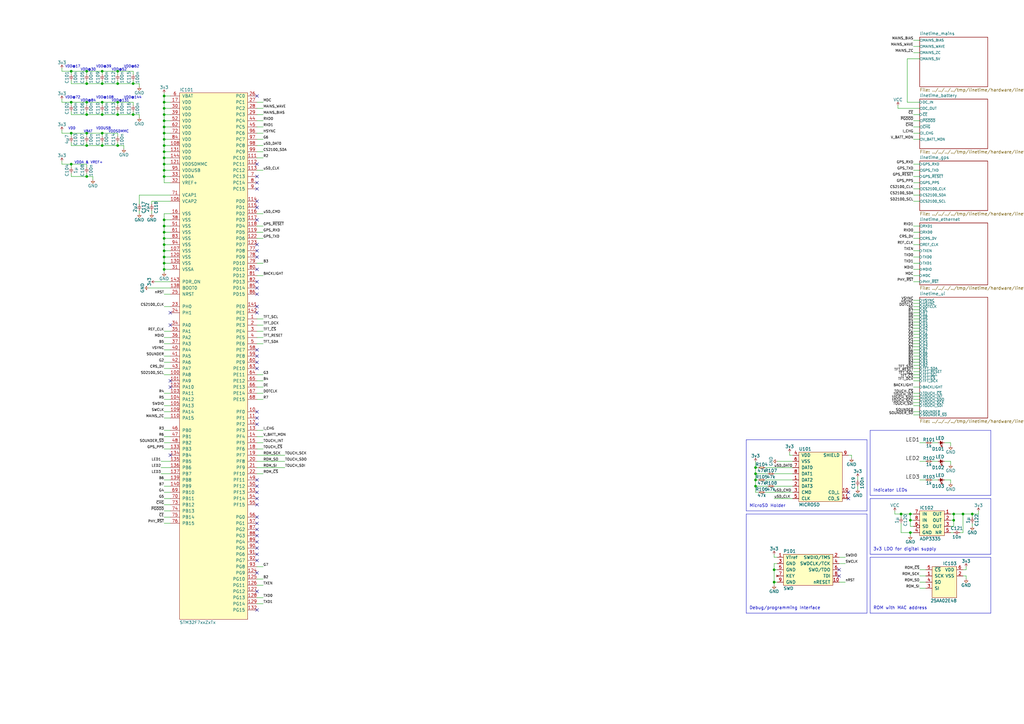
<source format=kicad_sch>
(kicad_sch (version 20230121) (generator eeschema)
  (paper "A3")
  (title_block (title "Linetime") (date "2016-12-14") (rev "1") (comment 1 "Drawn By: Adam Greig"))
  (junction (at 41.91 29.21))
  (junction (at 67.31 97.79))
  (junction (at 309.88 191.77))
  (junction (at 54.61 46.99))
  (junction (at 391.16 213.36))
  (junction (at 67.31 67.31))
  (junction (at 317.5 238.76))
  (junction (at 67.31 95.25))
  (junction (at 309.88 199.39))
  (junction (at 67.31 105.41))
  (junction (at 67.31 54.61))
  (junction (at 67.31 69.85))
  (junction (at 67.31 41.91))
  (junction (at 67.31 46.99))
  (junction (at 67.31 52.07))
  (junction (at 373.38 213.36))
  (junction (at 48.26 34.29))
  (junction (at 67.31 39.37))
  (junction (at 373.38 210.82))
  (junction (at 391.16 210.82))
  (junction (at 48.26 41.91))
  (junction (at 67.31 92.71))
  (junction (at 41.91 54.61))
  (junction (at 29.21 29.21))
  (junction (at 67.31 49.53))
  (junction (at 41.91 59.69))
  (junction (at 309.88 196.85))
  (junction (at 67.31 90.17))
  (junction (at 67.31 64.77))
  (junction (at 35.56 46.99))
  (junction (at 35.56 54.61))
  (junction (at 54.61 34.29))
  (junction (at 369.57 210.82))
  (junction (at 41.91 34.29))
  (junction (at 394.97 210.82))
  (junction (at 35.56 59.69))
  (junction (at 48.26 46.99))
  (junction (at 67.31 100.33))
  (junction (at 29.21 54.61))
  (junction (at 35.56 72.39))
  (junction (at 373.38 218.44))
  (junction (at 67.31 62.23))
  (junction (at 35.56 41.91))
  (junction (at 67.31 102.87))
  (junction (at 29.21 41.91))
  (junction (at 48.26 29.21))
  (junction (at 35.56 29.21))
  (junction (at 41.91 41.91))
  (junction (at 317.5 233.68))
  (junction (at 67.31 110.49))
  (junction (at 35.56 34.29))
  (junction (at 67.31 59.69))
  (junction (at 67.31 107.95))
  (junction (at 67.31 44.45))
  (junction (at 41.91 46.99))
  (junction (at 67.31 72.39))
  (junction (at 67.31 57.15))
  (junction (at 48.26 59.69))
  (junction (at 29.21 67.31))
  (junction (at 309.88 194.31))
  (junction (at 398.78 210.82))
  (no_connect (at 105.41 82.55))
  (no_connect (at 347.98 204.47))
  (no_connect (at 105.41 102.87))
  (no_connect (at 105.41 125.73))
  (no_connect (at 69.85 156.21))
  (no_connect (at 105.41 204.47))
  (no_connect (at 105.41 74.93))
  (no_connect (at 105.41 72.39))
  (no_connect (at 105.41 224.79))
  (no_connect (at 344.17 236.22))
  (no_connect (at 105.41 90.17))
  (no_connect (at 105.41 120.65))
  (no_connect (at 69.85 128.27))
  (no_connect (at 105.41 115.57))
  (no_connect (at 105.41 196.85))
  (no_connect (at 105.41 77.47))
  (no_connect (at 105.41 85.09))
  (no_connect (at 105.41 118.11))
  (no_connect (at 347.98 201.93))
  (no_connect (at 105.41 148.59))
  (no_connect (at 105.41 151.13))
  (no_connect (at 105.41 110.49))
  (no_connect (at 105.41 201.93))
  (no_connect (at 105.41 173.99))
  (no_connect (at 105.41 67.31))
  (no_connect (at 105.41 199.39))
  (no_connect (at 344.17 233.68))
  (no_connect (at 105.41 146.05))
  (no_connect (at 105.41 217.17))
  (no_connect (at 105.41 212.09))
  (no_connect (at 105.41 171.45))
  (no_connect (at 69.85 133.35))
  (no_connect (at 69.85 158.75))
  (no_connect (at 105.41 128.27))
  (no_connect (at 105.41 227.33))
  (no_connect (at 105.41 229.87))
  (no_connect (at 105.41 219.71))
  (no_connect (at 105.41 214.63))
  (no_connect (at 105.41 39.37))
  (no_connect (at 105.41 168.91))
  (no_connect (at 105.41 222.25))
  (no_connect (at 105.41 143.51))
  (no_connect (at 105.41 207.01))
  (no_connect (at 105.41 242.57))
  (no_connect (at 105.41 250.19))
  (no_connect (at 105.41 105.41))
  (no_connect (at 69.85 186.69))
  (no_connect (at 105.41 234.95))
  (no_connect (at 105.41 100.33))
  (wire (pts (xy 69.85 168.91) (xy 67.31 168.91)))
  (wire (pts (xy 69.85 191.77) (xy 66.04 191.77)))
  (wire (pts (xy 396.24 233.68) (xy 394.97 233.68)))
  (wire (pts (xy 67.31 153.67) (xy 69.85 153.67)))
  (wire (pts (xy 57.15 34.29) (xy 57.15 35.56)))
  (wire (pts (xy 105.41 156.21) (xy 107.95 156.21)))
  (wire (pts (xy 69.85 181.61) (xy 67.31 181.61)))
  (wire (pts (xy 67.31 97.79) (xy 69.85 97.79)))
  (wire (pts (xy 105.41 176.53) (xy 107.95 176.53)))
  (wire (pts (xy 41.91 59.69) (xy 48.26 59.69)))
  (wire (pts (xy 105.41 135.89) (xy 107.95 135.89)))
  (wire (pts (xy 374.65 102.87) (xy 377.19 102.87)))
  (wire (pts (xy 105.41 95.25) (xy 107.95 95.25)))
  (wire (pts (xy 374.65 125.73) (xy 377.19 125.73)))
  (wire (pts (xy 389.89 210.82) (xy 391.16 210.82)))
  (wire (pts (xy 67.31 49.53) (xy 69.85 49.53)))
  (wire (pts (xy 374.65 156.21) (xy 377.19 156.21)))
  (wire (pts (xy 29.21 30.48) (xy 29.21 29.21)))
  (wire (pts (xy 105.41 186.69) (xy 116.84 186.69)))
  (polyline (pts (xy 356.87 204.47) (xy 406.4 204.47)))
  (wire (pts (xy 387.35 181.61) (xy 389.89 181.61)))
  (wire (pts (xy 105.41 130.81) (xy 107.95 130.81)))
  (wire (pts (xy 389.89 213.36) (xy 391.16 213.36)))
  (wire (pts (xy 105.41 181.61) (xy 107.95 181.61)))
  (wire (pts (xy 48.26 34.29) (xy 48.26 33.02)))
  (wire (pts (xy 105.41 158.75) (xy 107.95 158.75)))
  (wire (pts (xy 374.65 151.13) (xy 377.19 151.13)))
  (wire (pts (xy 309.88 199.39) (xy 314.96 199.39)))
  (wire (pts (xy 29.21 59.69) (xy 29.21 58.42)))
  (wire (pts (xy 105.41 189.23) (xy 116.84 189.23)))
  (wire (pts (xy 67.31 110.49) (xy 69.85 110.49)))
  (wire (pts (xy 379.73 241.3) (xy 377.19 241.3)))
  (wire (pts (xy 67.31 62.23) (xy 67.31 64.77)))
  (wire (pts (xy 318.77 233.68) (xy 317.5 233.68)))
  (wire (pts (xy 29.21 55.88) (xy 29.21 54.61)))
  (wire (pts (xy 374.65 133.35) (xy 377.19 133.35)))
  (wire (pts (xy 105.41 184.15) (xy 107.95 184.15)))
  (wire (pts (xy 105.41 163.83) (xy 107.95 163.83)))
  (wire (pts (xy 374.65 143.51) (xy 377.19 143.51)))
  (wire (pts (xy 374.65 123.19) (xy 377.19 123.19)))
  (wire (pts (xy 379.73 189.23) (xy 377.19 189.23)))
  (wire (pts (xy 67.31 97.79) (xy 67.31 100.33)))
  (wire (pts (xy 317.5 194.31) (xy 325.12 194.31)))
  (wire (pts (xy 35.56 72.39) (xy 38.1 72.39)))
  (wire (pts (xy 69.85 171.45) (xy 67.31 171.45)))
  (wire (pts (xy 67.31 46.99) (xy 67.31 49.53)))
  (wire (pts (xy 48.26 34.29) (xy 54.61 34.29)))
  (polyline (pts (xy 406.4 227.33) (xy 356.87 227.33)))
  (wire (pts (xy 389.89 218.44) (xy 391.16 218.44)))
  (wire (pts (xy 374.65 110.49) (xy 377.19 110.49)))
  (wire (pts (xy 67.31 64.77) (xy 67.31 67.31)))
  (wire (pts (xy 374.65 138.43) (xy 377.19 138.43)))
  (wire (pts (xy 367.03 209.55) (xy 367.03 210.82)))
  (polyline (pts (xy 406.4 204.47) (xy 406.4 227.33)))
  (wire (pts (xy 377.19 170.18) (xy 374.65 170.18)))
  (wire (pts (xy 62.23 83.82) (xy 62.23 82.55)))
  (wire (pts (xy 394.97 210.82) (xy 398.78 210.82)))
  (wire (pts (xy 374.65 134.62) (xy 377.19 134.62)))
  (polyline (pts (xy 355.6 180.34) (xy 355.6 209.55)))
  (wire (pts (xy 69.85 151.13) (xy 67.31 151.13)))
  (wire (pts (xy 29.21 46.99) (xy 35.56 46.99)))
  (wire (pts (xy 105.41 179.07) (xy 107.95 179.07)))
  (wire (pts (xy 67.31 49.53) (xy 67.31 52.07)))
  (wire (pts (xy 25.4 41.91) (xy 29.21 41.91)))
  (wire (pts (xy 105.41 191.77) (xy 116.84 191.77)))
  (wire (pts (xy 373.38 213.36) (xy 373.38 215.9)))
  (wire (pts (xy 374.65 107.95) (xy 377.19 107.95)))
  (wire (pts (xy 374.65 52.07) (xy 377.19 52.07)))
  (wire (pts (xy 35.56 43.18) (xy 35.56 41.91)))
  (wire (pts (xy 309.88 196.85) (xy 311.15 196.85)))
  (wire (pts (xy 69.85 196.85) (xy 67.31 196.85)))
  (wire (pts (xy 389.89 196.85) (xy 389.89 198.12)))
  (wire (pts (xy 29.21 72.39) (xy 35.56 72.39)))
  (wire (pts (xy 67.31 72.39) (xy 69.85 72.39)))
  (polyline (pts (xy 306.07 251.46) (xy 355.6 251.46)))
  (wire (pts (xy 317.5 238.76) (xy 317.5 240.03)))
  (wire (pts (xy 105.41 49.53) (xy 107.95 49.53)))
  (wire (pts (xy 67.31 102.87) (xy 69.85 102.87)))
  (wire (pts (xy 394.97 236.22) (xy 396.24 236.22)))
  (wire (pts (xy 67.31 92.71) (xy 69.85 92.71)))
  (wire (pts (xy 391.16 213.36) (xy 391.16 215.9)))
  (wire (pts (xy 374.65 129.54) (xy 377.19 129.54)))
  (wire (pts (xy 374.65 140.97) (xy 377.19 140.97)))
  (wire (pts (xy 41.91 58.42) (xy 41.91 59.69)))
  (wire (pts (xy 67.31 69.85) (xy 69.85 69.85)))
  (wire (pts (xy 67.31 54.61) (xy 69.85 54.61)))
  (wire (pts (xy 69.85 209.55) (xy 67.31 209.55)))
  (wire (pts (xy 29.21 29.21) (xy 35.56 29.21)))
  (wire (pts (xy 377.19 82.55) (xy 374.65 82.55)))
  (wire (pts (xy 389.89 181.61) (xy 389.89 182.88)))
  (wire (pts (xy 398.78 210.82) (xy 398.78 212.09)))
  (wire (pts (xy 41.91 29.21) (xy 48.26 29.21)))
  (wire (pts (xy 369.57 218.44) (xy 373.38 218.44)))
  (wire (pts (xy 105.41 69.85) (xy 107.95 69.85)))
  (wire (pts (xy 25.4 40.64) (xy 25.4 41.91)))
  (wire (pts (xy 29.21 54.61) (xy 35.56 54.61)))
  (wire (pts (xy 379.73 238.76) (xy 377.19 238.76)))
  (wire (pts (xy 69.85 194.31) (xy 66.04 194.31)))
  (wire (pts (xy 105.41 44.45) (xy 107.95 44.45)))
  (wire (pts (xy 374.65 130.81) (xy 377.19 130.81)))
  (wire (pts (xy 67.31 72.39) (xy 67.31 74.93)))
  (wire (pts (xy 67.31 64.77) (xy 69.85 64.77)))
  (wire (pts (xy 377.19 54.61) (xy 374.65 54.61)))
  (wire (pts (xy 41.91 46.99) (xy 48.26 46.99)))
  (wire (pts (xy 347.98 186.69) (xy 349.25 186.69)))
  (wire (pts (xy 374.65 80.01) (xy 377.19 80.01)))
  (wire (pts (xy 374.65 137.16) (xy 377.19 137.16)))
  (wire (pts (xy 389.89 189.23) (xy 389.89 190.5)))
  (wire (pts (xy 35.56 34.29) (xy 35.56 33.02)))
  (wire (pts (xy 25.4 66.04) (xy 25.4 67.31)))
  (wire (pts (xy 391.16 210.82) (xy 394.97 210.82)))
  (wire (pts (xy 25.4 29.21) (xy 29.21 29.21)))
  (wire (pts (xy 317.5 199.39) (xy 325.12 199.39)))
  (wire (pts (xy 67.31 54.61) (xy 67.31 57.15)))
  (wire (pts (xy 344.17 228.6) (xy 346.71 228.6)))
  (wire (pts (xy 368.3 44.45) (xy 377.19 44.45)))
  (wire (pts (xy 67.31 41.91) (xy 69.85 41.91)))
  (wire (pts (xy 373.38 210.82) (xy 374.65 210.82)))
  (wire (pts (xy 67.31 74.93) (xy 69.85 74.93)))
  (wire (pts (xy 373.38 210.82) (xy 373.38 213.36)))
  (wire (pts (xy 67.31 138.43) (xy 69.85 138.43)))
  (wire (pts (xy 369.57 210.82) (xy 369.57 212.09)))
  (wire (pts (xy 35.56 41.91) (xy 41.91 41.91)))
  (wire (pts (xy 105.41 54.61) (xy 107.95 54.61)))
  (wire (pts (xy 374.65 128.27) (xy 377.19 128.27)))
  (wire (pts (xy 317.5 228.6) (xy 318.77 228.6)))
  (wire (pts (xy 35.56 55.88) (xy 35.56 54.61)))
  (wire (pts (xy 67.31 57.15) (xy 67.31 59.69)))
  (wire (pts (xy 374.65 168.91) (xy 377.19 168.91)))
  (wire (pts (xy 351.79 195.58) (xy 351.79 196.85)))
  (wire (pts (xy 379.73 233.68) (xy 377.19 233.68)))
  (wire (pts (xy 67.31 38.1) (xy 67.31 39.37)))
  (wire (pts (xy 309.88 201.93) (xy 311.15 201.93)))
  (polyline (pts (xy 356.87 203.2) (xy 356.87 176.53)))
  (wire (pts (xy 377.19 24.13) (xy 372.11 24.13)))
  (wire (pts (xy 35.56 46.99) (xy 35.56 45.72)))
  (polyline (pts (xy 356.87 227.33) (xy 356.87 204.47)))
  (wire (pts (xy 394.97 218.44) (xy 393.7 218.44)))
  (wire (pts (xy 344.17 231.14) (xy 346.71 231.14)))
  (wire (pts (xy 35.56 59.69) (xy 41.91 59.69)))
  (wire (pts (xy 377.19 92.71) (xy 374.65 92.71)))
  (polyline (pts (xy 406.4 228.6) (xy 356.87 228.6)))
  (wire (pts (xy 69.85 161.29) (xy 67.31 161.29)))
  (wire (pts (xy 374.65 69.85) (xy 377.19 69.85)))
  (wire (pts (xy 41.91 41.91) (xy 48.26 41.91)))
  (wire (pts (xy 374.65 19.05) (xy 377.19 19.05)))
  (polyline (pts (xy 306.07 210.82) (xy 306.07 251.46)))
  (wire (pts (xy 67.31 44.45) (xy 67.31 46.99)))
  (wire (pts (xy 309.88 196.85) (xy 309.88 199.39)))
  (wire (pts (xy 69.85 212.09) (xy 67.31 212.09)))
  (wire (pts (xy 35.56 58.42) (xy 35.56 59.69)))
  (wire (pts (xy 105.41 46.99) (xy 107.95 46.99)))
  (wire (pts (xy 382.27 196.85) (xy 384.81 196.85)))
  (wire (pts (xy 374.65 158.75) (xy 377.19 158.75)))
  (wire (pts (xy 377.19 115.57) (xy 374.65 115.57)))
  (wire (pts (xy 367.03 210.82) (xy 369.57 210.82)))
  (wire (pts (xy 344.17 238.76) (xy 346.71 238.76)))
  (wire (pts (xy 60.96 118.11) (xy 69.85 118.11)))
  (wire (pts (xy 107.95 62.23) (xy 105.41 62.23)))
  (wire (pts (xy 373.38 215.9) (xy 374.65 215.9)))
  (wire (pts (xy 41.91 55.88) (xy 41.91 54.61)))
  (wire (pts (xy 377.19 49.53) (xy 374.65 49.53)))
  (wire (pts (xy 41.91 30.48) (xy 41.91 29.21)))
  (wire (pts (xy 41.91 54.61) (xy 48.26 54.61)))
  (wire (pts (xy 377.19 163.83) (xy 374.65 163.83)))
  (wire (pts (xy 29.21 46.99) (xy 29.21 45.72)))
  (wire (pts (xy 63.5 115.57) (xy 69.85 115.57)))
  (wire (pts (xy 48.26 58.42) (xy 48.26 59.69)))
  (wire (pts (xy 67.31 62.23) (xy 69.85 62.23)))
  (polyline (pts (xy 355.6 251.46) (xy 355.6 210.82)))
  (wire (pts (xy 105.41 240.03) (xy 107.95 240.03)))
  (wire (pts (xy 69.85 176.53) (xy 67.31 176.53)))
  (wire (pts (xy 67.31 41.91) (xy 67.31 44.45)))
  (wire (pts (xy 374.65 162.56) (xy 377.19 162.56)))
  (wire (pts (xy 377.19 67.31) (xy 374.65 67.31)))
  (wire (pts (xy 69.85 179.07) (xy 67.31 179.07)))
  (wire (pts (xy 25.4 67.31) (xy 29.21 67.31)))
  (wire (pts (xy 67.31 52.07) (xy 69.85 52.07)))
  (wire (pts (xy 398.78 215.9) (xy 398.78 214.63)))
  (wire (pts (xy 318.77 231.14) (xy 317.5 231.14)))
  (wire (pts (xy 105.41 237.49) (xy 107.95 237.49)))
  (wire (pts (xy 377.19 72.39) (xy 374.65 72.39)))
  (wire (pts (xy 50.8 59.69) (xy 50.8 60.96)))
  (wire (pts (xy 69.85 143.51) (xy 67.31 143.51)))
  (wire (pts (xy 105.41 97.79) (xy 107.95 97.79)))
  (polyline (pts (xy 306.07 180.34) (xy 355.6 180.34)))
  (wire (pts (xy 105.41 194.31) (xy 107.95 194.31)))
  (wire (pts (xy 67.31 135.89) (xy 69.85 135.89)))
  (wire (pts (xy 48.26 41.91) (xy 54.61 41.91)))
  (wire (pts (xy 66.04 189.23) (xy 69.85 189.23)))
  (wire (pts (xy 374.65 74.93) (xy 377.19 74.93)))
  (wire (pts (xy 374.65 154.94) (xy 377.19 154.94)))
  (wire (pts (xy 54.61 46.99) (xy 54.61 45.72)))
  (wire (pts (xy 67.31 59.69) (xy 67.31 62.23)))
  (wire (pts (xy 373.38 213.36) (xy 374.65 213.36)))
  (wire (pts (xy 325.12 186.69) (xy 323.85 186.69)))
  (wire (pts (xy 67.31 87.63) (xy 67.31 90.17)))
  (wire (pts (xy 54.61 34.29) (xy 54.61 33.02)))
  (wire (pts (xy 374.65 147.32) (xy 377.19 147.32)))
  (wire (pts (xy 396.24 232.41) (xy 396.24 233.68)))
  (polyline (pts (xy 355.6 210.82) (xy 306.07 210.82)))
  (wire (pts (xy 398.78 210.82) (xy 401.32 210.82)))
  (wire (pts (xy 379.73 181.61) (xy 377.19 181.61)))
  (wire (pts (xy 29.21 43.18) (xy 29.21 41.91)))
  (wire (pts (xy 374.65 146.05) (xy 377.19 146.05)))
  (wire (pts (xy 41.91 46.99) (xy 41.91 45.72)))
  (wire (pts (xy 69.85 163.83) (xy 67.31 163.83)))
  (wire (pts (xy 69.85 204.47) (xy 67.31 204.47)))
  (wire (pts (xy 368.3 43.18) (xy 368.3 44.45)))
  (wire (pts (xy 374.65 144.78) (xy 377.19 144.78)))
  (wire (pts (xy 105.41 153.67) (xy 107.95 153.67)))
  (wire (pts (xy 105.41 52.07) (xy 107.95 52.07)))
  (wire (pts (xy 54.61 34.29) (xy 57.15 34.29)))
  (polyline (pts (xy 356.87 228.6) (xy 356.87 251.46)))
  (wire (pts (xy 67.31 69.85) (xy 67.31 72.39)))
  (wire (pts (xy 67.31 39.37) (xy 69.85 39.37)))
  (wire (pts (xy 67.31 125.73) (xy 69.85 125.73)))
  (wire (pts (xy 29.21 72.39) (xy 29.21 71.12)))
  (wire (pts (xy 41.91 34.29) (xy 41.91 33.02)))
  (wire (pts (xy 67.31 67.31) (xy 69.85 67.31)))
  (wire (pts (xy 372.11 24.13) (xy 372.11 41.91)))
  (wire (pts (xy 369.57 218.44) (xy 369.57 214.63)))
  (wire (pts (xy 105.41 41.91) (xy 107.95 41.91)))
  (wire (pts (xy 374.65 148.59) (xy 377.19 148.59)))
  (wire (pts (xy 309.88 194.31) (xy 309.88 196.85)))
  (wire (pts (xy 374.65 95.25) (xy 377.19 95.25)))
  (wire (pts (xy 25.4 27.94) (xy 25.4 29.21)))
  (polyline (pts (xy 356.87 176.53) (xy 406.4 176.53)))
  (wire (pts (xy 35.56 29.21) (xy 41.91 29.21)))
  (wire (pts (xy 35.56 30.48) (xy 35.56 29.21)))
  (wire (pts (xy 323.85 186.69) (xy 323.85 185.42)))
  (wire (pts (xy 309.88 191.77) (xy 309.88 194.31)))
  (wire (pts (xy 374.65 113.03) (xy 377.19 113.03)))
  (wire (pts (xy 396.24 236.22) (xy 396.24 237.49)))
  (wire (pts (xy 62.23 87.63) (xy 62.23 86.36)))
  (wire (pts (xy 29.21 68.58) (xy 29.21 67.31)))
  (wire (pts (xy 349.25 186.69) (xy 349.25 187.96)))
  (wire (pts (xy 67.31 110.49) (xy 67.31 111.76)))
  (wire (pts (xy 374.65 153.67) (xy 377.19 153.67)))
  (wire (pts (xy 374.65 135.89) (xy 377.19 135.89)))
  (wire (pts (xy 69.85 199.39) (xy 67.31 199.39)))
  (wire (pts (xy 67.31 57.15) (xy 69.85 57.15)))
  (wire (pts (xy 374.65 149.86) (xy 377.19 149.86)))
  (wire (pts (xy 105.41 133.35) (xy 107.95 133.35)))
  (wire (pts (xy 48.26 59.69) (xy 50.8 59.69)))
  (wire (pts (xy 105.41 59.69) (xy 107.95 59.69)))
  (wire (pts (xy 317.5 227.33) (xy 317.5 228.6)))
  (polyline (pts (xy 406.4 176.53) (xy 406.4 203.2)))
  (wire (pts (xy 313.69 196.85) (xy 325.12 196.85)))
  (wire (pts (xy 67.31 107.95) (xy 69.85 107.95)))
  (wire (pts (xy 29.21 41.91) (xy 35.56 41.91)))
  (wire (pts (xy 35.56 67.31) (xy 35.56 68.58)))
  (wire (pts (xy 374.65 105.41) (xy 377.19 105.41)))
  (wire (pts (xy 372.11 41.91) (xy 377.19 41.91)))
  (wire (pts (xy 48.26 46.99) (xy 48.26 45.72)))
  (wire (pts (xy 374.65 127) (xy 377.19 127)))
  (wire (pts (xy 48.26 46.99) (xy 54.61 46.99)))
  (wire (pts (xy 105.41 57.15) (xy 107.95 57.15)))
  (wire (pts (xy 379.73 236.22) (xy 377.19 236.22)))
  (wire (pts (xy 374.65 142.24) (xy 377.19 142.24)))
  (wire (pts (xy 25.4 53.34) (xy 25.4 54.61)))
  (wire (pts (xy 69.85 184.15) (xy 67.31 184.15)))
  (wire (pts (xy 54.61 29.21) (xy 54.61 30.48)))
  (wire (pts (xy 105.41 138.43) (xy 107.95 138.43)))
  (wire (pts (xy 67.31 39.37) (xy 67.31 41.91)))
  (wire (pts (xy 29.21 59.69) (xy 35.56 59.69)))
  (wire (pts (xy 105.41 140.97) (xy 107.95 140.97)))
  (wire (pts (xy 67.31 90.17) (xy 69.85 90.17)))
  (wire (pts (xy 69.85 166.37) (xy 67.31 166.37)))
  (wire (pts (xy 67.31 146.05) (xy 69.85 146.05)))
  (wire (pts (xy 382.27 181.61) (xy 384.81 181.61)))
  (wire (pts (xy 318.77 189.23) (xy 325.12 189.23)))
  (wire (pts (xy 69.85 201.93) (xy 67.31 201.93)))
  (wire (pts (xy 374.65 139.7) (xy 377.19 139.7)))
  (wire (pts (xy 387.35 189.23) (xy 389.89 189.23)))
  (wire (pts (xy 401.32 210.82) (xy 401.32 209.55)))
  (wire (pts (xy 105.41 113.03) (xy 107.95 113.03)))
  (wire (pts (xy 394.97 210.82) (xy 394.97 218.44)))
  (wire (pts (xy 57.15 80.01) (xy 57.15 83.82)))
  (wire (pts (xy 69.85 214.63) (xy 67.31 214.63)))
  (wire (pts (xy 377.19 77.47) (xy 374.65 77.47)))
  (wire (pts (xy 67.31 107.95) (xy 67.31 110.49)))
  (wire (pts (xy 105.41 64.77) (xy 107.95 64.77)))
  (wire (pts (xy 35.56 46.99) (xy 41.91 46.99)))
  (wire (pts (xy 41.91 34.29) (xy 48.26 34.29)))
  (wire (pts (xy 48.26 43.18) (xy 48.26 41.91)))
  (wire (pts (xy 374.65 132.08) (xy 377.19 132.08)))
  (wire (pts (xy 373.38 219.71) (xy 373.38 218.44)))
  (wire (pts (xy 67.31 92.71) (xy 67.31 95.25)))
  (wire (pts (xy 62.23 82.55) (xy 69.85 82.55)))
  (wire (pts (xy 67.31 67.31) (xy 67.31 69.85)))
  (wire (pts (xy 105.41 232.41) (xy 107.95 232.41)))
  (wire (pts (xy 105.41 107.95) (xy 107.95 107.95)))
  (polyline (pts (xy 356.87 251.46) (xy 406.4 251.46)))
  (wire (pts (xy 374.65 97.79) (xy 377.19 97.79)))
  (wire (pts (xy 25.4 54.61) (xy 29.21 54.61)))
  (wire (pts (xy 374.65 165.1) (xy 377.19 165.1)))
  (wire (pts (xy 67.31 44.45) (xy 69.85 44.45)))
  (wire (pts (xy 48.26 30.48) (xy 48.26 29.21)))
  (wire (pts (xy 325.12 204.47) (xy 317.5 204.47)))
  (wire (pts (xy 377.19 166.37) (xy 374.65 166.37)))
  (wire (pts (xy 309.88 199.39) (xy 309.88 201.93)))
  (wire (pts (xy 311.15 191.77) (xy 309.88 191.77)))
  (wire (pts (xy 309.88 194.31) (xy 314.96 194.31)))
  (wire (pts (xy 374.65 57.15) (xy 377.19 57.15)))
  (wire (pts (xy 38.1 72.39) (xy 38.1 73.66)))
  (wire (pts (xy 374.65 21.59) (xy 377.19 21.59)))
  (wire (pts (xy 67.31 90.17) (xy 67.31 92.71)))
  (wire (pts (xy 67.31 100.33) (xy 69.85 100.33)))
  (wire (pts (xy 317.5 238.76) (xy 318.77 238.76)))
  (wire (pts (xy 369.57 210.82) (xy 373.38 210.82)))
  (wire (pts (xy 35.56 34.29) (xy 41.91 34.29)))
  (wire (pts (xy 67.31 95.25) (xy 69.85 95.25)))
  (wire (pts (xy 317.5 233.68) (xy 317.5 238.76)))
  (wire (pts (xy 29.21 34.29) (xy 29.21 33.02)))
  (wire (pts (xy 41.91 43.18) (xy 41.91 41.91)))
  (polyline (pts (xy 406.4 203.2) (xy 356.87 203.2)))
  (wire (pts (xy 391.16 210.82) (xy 391.16 213.36)))
  (wire (pts (xy 105.41 247.65) (xy 107.95 247.65)))
  (wire (pts (xy 382.27 189.23) (xy 384.81 189.23)))
  (wire (pts (xy 48.26 29.21) (xy 54.61 29.21)))
  (wire (pts (xy 105.41 92.71) (xy 107.95 92.71)))
  (wire (pts (xy 67.31 46.99) (xy 69.85 46.99)))
  (wire (pts (xy 67.31 140.97) (xy 69.85 140.97)))
  (wire (pts (xy 57.15 87.63) (xy 57.15 86.36)))
  (wire (pts (xy 313.69 191.77) (xy 325.12 191.77)))
  (wire (pts (xy 29.21 67.31) (xy 35.56 67.31)))
  (polyline (pts (xy 355.6 209.55) (xy 306.07 209.55)))
  (wire (pts (xy 391.16 215.9) (xy 389.89 215.9)))
  (wire (pts (xy 67.31 59.69) (xy 69.85 59.69)))
  (wire (pts (xy 67.31 100.33) (xy 67.31 102.87)))
  (wire (pts (xy 374.65 100.33) (xy 377.19 100.33)))
  (wire (pts (xy 69.85 80.01) (xy 57.15 80.01)))
  (wire (pts (xy 309.88 189.23) (xy 309.88 191.77)))
  (wire (pts (xy 54.61 41.91) (xy 54.61 43.18)))
  (wire (pts (xy 351.79 200.66) (xy 351.79 199.39)))
  (wire (pts (xy 377.19 161.29) (xy 374.65 161.29)))
  (wire (pts (xy 379.73 196.85) (xy 377.19 196.85)))
  (wire (pts (xy 35.56 54.61) (xy 41.91 54.61)))
  (wire (pts (xy 69.85 148.59) (xy 67.31 148.59)))
  (wire (pts (xy 69.85 87.63) (xy 67.31 87.63)))
  (wire (pts (xy 387.35 196.85) (xy 389.89 196.85)))
  (wire (pts (xy 67.31 102.87) (xy 67.31 105.41)))
  (wire (pts (xy 69.85 207.01) (xy 67.31 207.01)))
  (wire (pts (xy 29.21 34.29) (xy 35.56 34.29)))
  (wire (pts (xy 105.41 245.11) (xy 107.95 245.11)))
  (polyline (pts (xy 306.07 209.55) (xy 306.07 180.34)))
  (wire (pts (xy 105.41 87.63) (xy 107.95 87.63)))
  (wire (pts (xy 377.19 124.46) (xy 374.65 124.46)))
  (wire (pts (xy 67.31 105.41) (xy 67.31 107.95)))
  (wire (pts (xy 67.31 120.65) (xy 69.85 120.65)))
  (wire (pts (xy 54.61 46.99) (xy 57.15 46.99)))
  (wire (pts (xy 313.69 201.93) (xy 325.12 201.93)))
  (wire (pts (xy 377.19 46.99) (xy 374.65 46.99)))
  (wire (pts (xy 317.5 231.14) (xy 317.5 233.68)))
  (wire (pts (xy 374.65 152.4) (xy 377.19 152.4)))
  (wire (pts (xy 67.31 105.41) (xy 69.85 105.41)))
  (wire (pts (xy 377.19 16.51) (xy 374.65 16.51)))
  (wire (pts (xy 67.31 95.25) (xy 67.31 97.79)))
  (wire (pts (xy 67.31 52.07) (xy 67.31 54.61)))
  (wire (pts (xy 57.15 46.99) (xy 57.15 48.26)))
  (wire (pts (xy 35.56 71.12) (xy 35.56 72.39)))
  (wire (pts (xy 48.26 54.61) (xy 48.26 55.88)))
  (wire (pts (xy 105.41 161.29) (xy 107.95 161.29)))
  (polyline (pts (xy 406.4 251.46) (xy 406.4 228.6)))
  (wire (pts (xy 373.38 218.44) (xy 374.65 218.44)))
  (text "MicroSD Holder" (at 307.34 208.28 0) (effects (font (size 1.27 1.27)) (justify left bottom)))
  (text "VDD@131" (at 45.72 41.91 0) (effects (font (size 1.016 1.016)) (justify left bottom)))
  (text "VDDA & VREF+" (at 30.48 67.31 0) (effects (font (size 1.016 1.016)) (justify left bottom)))
  (text "VDD@17" (at 26.67 27.94 0) (effects (font (size 1.016 1.016)) (justify left bottom)))
  (text "VDDUSB" (at 39.37 53.34 0) (effects (font (size 1.016 1.016)) (justify left bottom)))
  (text "VDDSDMMC" (at 44.45 54.61 0) (effects (font (size 1.016 1.016)) (justify left bottom)))
  (text "VBAT" (at 34.29 54.61 0) (effects (font (size 1.016 1.016)) (justify left bottom)))
  (text "VDD@52" (at 45.72 29.21 0) (effects (font (size 1.016 1.016)) (justify left bottom)))
  (text "VDD" (at 27.94 53.34 0) (effects (font (size 1.016 1.016)) (justify left bottom)))
  (text "VDD@108" (at 39.37 40.64 0) (effects (font (size 1.016 1.016)) (justify left bottom)))
  (text "ROM with MAC address" (at 358.14 250.19 0) (effects (font (size 1.27 1.27)) (justify left bottom)))
  (text "VDD@30" (at 33.02 29.21 0) (effects (font (size 1.016 1.016)) (justify left bottom)))
  (text "3v3 LDO for digital supply" (at 358.14 226.06 0) (effects (font (size 1.27 1.27)) (justify left bottom)))
  (text "Debug/programming Interface" (at 307.34 250.19 0) (effects (font (size 1.27 1.27)) (justify left bottom)))
  (text "VDD@84" (at 33.02 41.91 0) (effects (font (size 1.016 1.016)) (justify left bottom)))
  (text "Indicator LEDs" (at 358.14 201.93 0) (effects (font (size 1.27 1.27)) (justify left bottom)))
  (text "VDD@39" (at 39.37 27.94 0) (effects (font (size 1.016 1.016)) (justify left bottom)))
  (text "VDD@72" (at 26.67 40.64 0) (effects (font (size 1.016 1.016)) (justify left bottom)))
  (text "VDD@62" (at 50.8 27.94 0) (effects (font (size 1.016 1.016)) (justify left bottom)))
  (text "VDD@144" (at 50.8 40.64 0) (effects (font (size 1.016 1.016)) (justify left bottom)))
  (label "LED1" (at 66.04 189.23 180) (effects (font (size 1.016 1.016))))
  (label "ROM_~{CS}" (at 107.95 194.31 0) (effects (font (size 1.016 1.016))))
  (label "B6" (at 67.31 196.85 180) (effects (font (size 1.016 1.016))))
  (label "MDIO" (at 374.65 110.49 180) (effects (font (size 1.016 1.016))))
  (label "SOUNDER" (at 374.65 168.91 180) (effects (font (size 1.016 1.016))))
  (label "LED1" (at 377.19 181.61 180) (effects (font (size 1.524 1.524))))
  (label "SWDIO" (at 67.31 166.37 180) (effects (font (size 1.016 1.016))))
  (label "R6" (at 374.65 129.54 180) (effects (font (size 1.016 1.016))))
  (label "nRST" (at 346.71 238.76 0) (effects (font (size 1.016 1.016))))
  (label "G6" (at 374.65 137.16 180) (effects (font (size 1.016 1.016))))
  (label "TOUCH_INT" (at 374.65 162.56 180) (effects (font (size 1.016 1.016))))
  (label "~{CE}" (at 374.65 46.99 180) (effects (font (size 1.016 1.016))))
  (label "CS2100_SDA" (at 374.65 80.01 180) (effects (font (size 1.016 1.016))))
  (label "R4" (at 374.65 132.08 180) (effects (font (size 1.016 1.016))))
  (label "~{CHG}" (at 67.31 207.01 180) (effects (font (size 1.016 1.016))))
  (label "G5" (at 374.65 138.43 180) (effects (font (size 1.016 1.016))))
  (label "RXD1" (at 374.65 92.71 180) (effects (font (size 1.016 1.016))))
  (label "I_CHG" (at 107.95 176.53 0) (effects (font (size 1.016 1.016))))
  (label "RXD0" (at 107.95 49.53 0) (effects (font (size 1.016 1.016))))
  (label "CRS_DV" (at 67.31 151.13 180) (effects (font (size 1.016 1.016))))
  (label "~{CE}" (at 67.31 212.09 180) (effects (font (size 1.016 1.016))))
  (label "TOUCH_INT" (at 107.95 181.61 0) (effects (font (size 1.016 1.016))))
  (label "R2" (at 374.65 134.62 180) (effects (font (size 1.016 1.016))))
  (label "BACKLIGHT" (at 107.95 113.03 0) (effects (font (size 1.016 1.016))))
  (label "MAINS_ZC" (at 67.31 171.45 180) (effects (font (size 1.016 1.016))))
  (label "GPS_TXD" (at 107.95 97.79 0) (effects (font (size 1.016 1.016))))
  (label "G6" (at 107.95 57.15 0) (effects (font (size 1.016 1.016))))
  (label "SWCLK" (at 346.71 231.14 0) (effects (font (size 1.016 1.016))))
  (label "LED3" (at 66.04 194.31 180) (effects (font (size 1.016 1.016))))
  (label "GPS_PPS" (at 374.65 74.93 180) (effects (font (size 1.016 1.016))))
  (label "SD2100_SCL" (at 67.31 153.67 180) (effects (font (size 1.016 1.016))))
  (label "RXD0" (at 374.65 95.25 180) (effects (font (size 1.016 1.016))))
  (label "DOTCLK" (at 374.65 125.73 180) (effects (font (size 1.016 1.016))))
  (label "B3" (at 107.95 107.95 0) (effects (font (size 1.016 1.016))))
  (label "TFT_SDA" (at 374.65 151.13 180) (effects (font (size 1.016 1.016))))
  (label "B7" (at 67.31 199.39 180) (effects (font (size 1.016 1.016))))
  (label "R3" (at 67.31 176.53 180) (effects (font (size 1.016 1.016))))
  (label "TFT_RESET" (at 374.65 152.4 180) (effects (font (size 1.016 1.016))))
  (label "uSD_CMD" (at 107.95 87.63 0) (effects (font (size 1.016 1.016))))
  (label "SWCLK" (at 67.31 168.91 180) (effects (font (size 1.016 1.016))))
  (label "~{PGOOD}" (at 374.65 49.53 180) (effects (font (size 1.016 1.016))))
  (label "MAINS_ZC" (at 374.65 21.59 180) (effects (font (size 1.016 1.016))))
  (label "TOUCH_~{CS}" (at 374.65 161.29 180) (effects (font (size 1.016 1.016))))
  (label "MAINS_WAVE" (at 374.65 19.05 180) (effects (font (size 1.016 1.016))))
  (label "TXD0" (at 107.95 245.11 0) (effects (font (size 1.016 1.016))))
  (label "TFT_SDA" (at 107.95 140.97 0) (effects (font (size 1.016 1.016))))
  (label "SOUNDER_~{SD}" (at 374.65 170.18 180) (effects (font (size 1.016 1.016))))
  (label "MAINS_BIAS" (at 107.95 46.99 0) (effects (font (size 1.016 1.016))))
  (label "SOUNDER_~{SD}" (at 67.31 181.61 180) (effects (font (size 1.016 1.016))))
  (label "uSD_CLK" (at 107.95 69.85 0) (effects (font (size 1.016 1.016))))
  (label "B4" (at 107.95 156.21 0) (effects (font (size 1.016 1.016))))
  (label "~{PGOOD}" (at 67.31 209.55 180) (effects (font (size 1.016 1.016))))
  (label "R3" (at 374.65 133.35 180) (effects (font (size 1.016 1.016))))
  (label "B2" (at 374.65 149.86 180) (effects (font (size 1.016 1.016))))
  (label "~{CHG}" (at 374.65 52.07 180) (effects (font (size 1.016 1.016))))
  (label "V_BATT_MON" (at 107.95 179.07 0) (effects (font (size 1.016 1.016))))
  (label "DOTCLK" (at 107.95 161.29 0) (effects (font (size 1.016 1.016))))
  (label "MDC" (at 107.95 41.91 0) (effects (font (size 1.016 1.016))))
  (label "TFT_RESET" (at 107.95 138.43 0) (effects (font (size 1.016 1.016))))
  (label "TXEN" (at 107.95 240.03 0) (effects (font (size 1.016 1.016))))
  (label "VSYNC" (at 374.65 123.19 180) (effects (font (size 1.016 1.016))))
  (label "ROM_SO" (at 377.19 238.76 180) (effects (font (size 1.016 1.016))))
  (label "B2" (at 107.95 237.49 0) (effects (font (size 1.016 1.016))))
  (label "MDC" (at 374.65 113.03 180) (effects (font (size 1.016 1.016))))
  (label "MAINS_WAVE" (at 107.95 44.45 0) (effects (font (size 1.016 1.016))))
  (label "CS2100_SDA" (at 107.95 62.23 0) (effects (font (size 1.016 1.016))))
  (label "R6" (at 67.31 179.07 180) (effects (font (size 1.016 1.016))))
  (label "uSD_DAT0" (at 107.95 59.69 0) (effects (font (size 1.016 1.016))))
  (label "G4" (at 67.31 201.93 180) (effects (font (size 1.016 1.016))))
  (label "TFT_SCL" (at 107.95 130.81 0) (effects (font (size 1.016 1.016))))
  (label "CS2100_CLK" (at 67.31 125.73 180) (effects (font (size 1.016 1.016))))
  (label "ROM_SI" (at 377.19 241.3 180) (effects (font (size 1.016 1.016))))
  (label "V_BATT_MON" (at 374.65 57.15 180) (effects (font (size 1.016 1.016))))
  (label "TFT_SCL" (at 374.65 153.67 180) (effects (font (size 1.016 1.016))))
  (label "DE" (at 374.65 127 180) (effects (font (size 1.016 1.016))))
  (label "REF_CLK" (at 67.31 135.89 180) (effects (font (size 1.016 1.016))))
  (label "MDIO" (at 67.31 138.43 180) (effects (font (size 1.016 1.016))))
  (label "TOUCH_SCK" (at 116.84 186.69 0) (effects (font (size 1.016 1.016))))
  (label "G4" (at 374.65 139.7 180) (effects (font (size 1.016 1.016))))
  (label "G2" (at 67.31 148.59 180) (effects (font (size 1.016 1.016))))
  (label "PHY_~{RST}" (at 67.31 214.63 180) (effects (font (size 1.016 1.016))))
  (label "TOUCH_SCK" (at 374.65 165.1 180) (effects (font (size 1.016 1.016))))
  (label "TOUCH_SDI" (at 116.84 191.77 0) (effects (font (size 1.016 1.016))))
  (label "RXD1" (at 107.95 52.07 0) (effects (font (size 1.016 1.016))))
  (label "LED2" (at 377.19 189.23 180) (effects (font (size 1.524 1.524))))
  (label "R7" (at 107.95 163.83 0) (effects (font (size 1.016 1.016))))
  (label "G7" (at 374.65 135.89 180) (effects (font (size 1.016 1.016))))
  (label "REF_CLK" (at 374.65 100.33 180) (effects (font (size 1.016 1.016))))
  (label "TFT_~{CS}" (at 374.65 154.94 180) (effects (font (size 1.016 1.016))))
  (label "TOUCH_~{CS}" (at 107.95 184.15 0) (effects (font (size 1.016 1.016))))
  (label "TXEN" (at 374.65 102.87 180) (effects (font (size 1.016 1.016))))
  (label "SWDIO" (at 346.71 228.6 0) (effects (font (size 1.016 1.016))))
  (label "GPS_~{RESET}" (at 374.65 72.39 180) (effects (font (size 1.016 1.016))))
  (label "TFT_~{CS}" (at 107.95 135.89 0) (effects (font (size 1.016 1.016))))
  (label "CS2100_CLK" (at 374.65 77.47 180) (effects (font (size 1.016 1.016))))
  (label "G2" (at 374.65 142.24 180) (effects (font (size 1.016 1.016))))
  (label "GPS_PPS" (at 67.31 184.15 180) (effects (font (size 1.016 1.016))))
  (label "TXD1" (at 107.95 247.65 0) (effects (font (size 1.016 1.016))))
  (label "HSYNC" (at 374.65 124.46 180) (effects (font (size 1.016 1.016))))
  (label "ROM_SO" (at 107.95 189.23 0) (effects (font (size 1.016 1.016))))
  (label "LED3" (at 377.19 196.85 180) (effects (font (size 1.524 1.524))))
  (label "TFT_DCX" (at 374.65 156.21 180) (effects (font (size 1.016 1.016))))
  (label "ROM_SCK" (at 107.95 186.69 0) (effects (font (size 1.016 1.016))))
  (label "R2" (at 107.95 64.77 0) (effects (font (size 1.016 1.016))))
  (label "R4" (at 67.31 161.29 180) (effects (font (size 1.016 1.016))))
  (label "R5" (at 374.65 130.81 180) (effects (font (size 1.016 1.016))))
  (label "G3" (at 107.95 153.67 0) (effects (font (size 1.016 1.016))))
  (label "GPS_TXD" (at 374.65 69.85 180) (effects (font (size 1.016 1.016))))
  (label "PHY_~{RST}" (at 374.65 115.57 180) (effects (font (size 1.016 1.016))))
  (label "uSD_CMD" (at 317.5 201.93 0) (effects (font (size 1.016 1.016))))
  (label "B4" (at 374.65 147.32 180) (effects (font (size 1.016 1.016))))
  (label "TOUCH_SDO" (at 374.65 163.83 180) (effects (font (size 1.016 1.016))))
  (label "TOUCH_SDI" (at 374.65 166.37 180) (effects (font (size 1.016 1.016))))
  (label "TOUCH_SDO" (at 116.84 189.23 0) (effects (font (size 1.016 1.016))))
  (label "uSD_CLK" (at 317.5 204.47 0) (effects (font (size 1.016 1.016))))
  (label "DE" (at 107.95 158.75 0) (effects (font (size 1.016 1.016))))
  (label "R7" (at 374.65 128.27 180) (effects (font (size 1.016 1.016))))
  (label "LED2" (at 66.04 191.77 180) (effects (font (size 1.016 1.016))))
  (label "GPS_RXD" (at 107.95 95.25 0) (effects (font (size 1.016 1.016))))
  (label "G3" (at 374.65 140.97 180) (effects (font (size 1.016 1.016))))
  (label "R5" (at 67.31 163.83 180) (effects (font (size 1.016 1.016))))
  (label "VSYNC" (at 67.31 143.51 180) (effects (font (size 1.016 1.016))))
  (label "GPS_RXD" (at 374.65 67.31 180) (effects (font (size 1.016 1.016))))
  (label "ROM_SI" (at 107.95 191.77 0) (effects (font (size 1.016 1.016))))
  (label "ROM_~{CS}" (at 377.19 233.68 180) (effects (font (size 1.016 1.016))))
  (label "I_CHG" (at 374.65 54.61 180) (effects (font (size 1.016 1.016))))
  (label "HSYNC" (at 107.95 54.61 0) (effects (font (size 1.016 1.016))))
  (label "nRST" (at 67.31 120.65 180) (effects (font (size 1.016 1.016))))
  (label "uSD_DAT0" (at 317.5 191.77 0) (effects (font (size 1.016 1.016))))
  (label "CRS_DV" (at 374.65 97.79 180) (effects (font (size 1.016 1.016))))
  (label "SD2100_SCL" (at 374.65 82.55 180) (effects (font (size 1.016 1.016))))
  (label "BACKLIGHT" (at 374.65 158.75 180) (effects (font (size 1.016 1.016))))
  (label "ROM_SCK" (at 377.19 236.22 180) (effects (font (size 1.016 1.016))))
  (label "B5" (at 374.65 146.05 180) (effects (font (size 1.016 1.016))))
  (label "G7" (at 107.95 232.41 0) (effects (font (size 1.016 1.016))))
  (label "TFT_DCX" (at 107.95 133.35 0) (effects (font (size 1.016 1.016))))
  (label "G5" (at 67.31 204.47 180) (effects (font (size 1.016 1.016))))
  (label "B7" (at 374.65 143.51 180) (effects (font (size 1.016 1.016))))
  (label "B5" (at 67.31 140.97 180) (effects (font (size 1.016 1.016))))
  (label "B6" (at 374.65 144.78 180) (effects (font (size 1.016 1.016))))
  (label "GPS_~{RESET}" (at 107.95 92.71 0) (effects (font (size 1.016 1.016))))
  (label "SOUNDER" (at 67.31 146.05 180) (effects (font (size 1.016 1.016))))
  (label "TXD0" (at 374.65 105.41 180) (effects (font (size 1.016 1.016))))
  (label "MAINS_BIAS" (at 374.65 16.51 180) (effects (font (size 1.016 1.016))))
  (label "TXD1" (at 374.65 107.95 180) (effects (font (size 1.016 1.016))))
  (label "B3" (at 374.65 148.59 180) (effects (font (size 1.016 1.016))))
  (symbol (lib_id "linetime-rescue:25AA02E48") (at 387.35 238.76 0) (mirror y) (unit 1)
    (property "Reference" "IC103" (at 392.43 231.14 0) (effects (justify left)))
    (property "Value" "25AA02E48" (at 392.43 246.38 0) (effects (justify left)))
    (property "Footprint" "agg:SOT-23-6" (effects hide))
    (property "Datasheet" "http://ww1.microchip.com/downloads/en/DeviceDoc/20002123F.pdf" (effects hide))
    (property "Farnell" "1700995" (effects hide))
  )
  (symbol (lib_id "linetime-rescue:SWD") (at 331.47 233.68 0) (unit 1)
    (property "Reference" "P101" (at 321.31 226.06 0) (effects (justify left)))
    (property "Value" "SWD" (at 321.31 241.3 0) (effects (justify left)))
    (property "Footprint" "agg:FTSH-105-01-F-D-K" (effects hide))
    (property "Toby" "FTSH-105-01-F-D-K" (effects hide))
  )
  (symbol (lib_id "linetime-rescue:C") (at 351.79 196.85 90) (mirror x) (unit 1)
    (property "Reference" "C119" (at 350.012 198.12 0))
    (property "Value" "100n" (at 353.568 198.12 0))
    (property "Footprint" "agg:0603" (effects hide))
    (property "Farnell" "1759037" (effects hide))
  )
  (symbol (lib_id "linetime-rescue:GND") (at 351.79 200.66 0) (mirror y) (unit 1)
    (property "Reference" "#PWR011" (effects hide))
    (property "Value" "GND" (at 351.79 203.2 0))
  )
  (symbol (lib_id "linetime-rescue:3v3") (at 317.5 227.33 0) (mirror y) (unit 1)
    (property "Reference" "#PWR012" (effects hide))
    (property "Value" "3v3" (at 317.5 225.044 0))
  )
  (symbol (lib_id "linetime-rescue:GND") (at 317.5 240.03 0) (mirror y) (unit 1)
    (property "Reference" "#PWR013" (effects hide))
    (property "Value" "GND" (at 317.5 242.57 0))
  )
  (symbol (lib_id "linetime-rescue:MICROSD") (at 335.28 194.31 0) (unit 1)
    (property "Reference" "U101" (at 327.66 184.15 0) (effects (justify left)))
    (property "Value" "MICROSD" (at 327.66 207.01 0) (effects (justify left)))
    (property "Footprint" "agg:MICROSD_MOLEX_503398-1892" (effects hide))
    (property "Farnell" "2358234" (effects hide))
  )
  (symbol (lib_id "linetime-rescue:VCC") (at 368.3 43.18 0) (unit 1)
    (property "Reference" "#PWR01" (effects hide))
    (property "Value" "VCC" (at 368.3 40.894 0))
  )
  (symbol (lib_id "linetime-rescue:ADP3335") (at 382.27 213.36 0) (unit 1)
    (property "Reference" "IC102" (at 377.19 208.28 0) (effects (justify left)))
    (property "Value" "ADP3335" (at 377.19 220.98 0) (effects (justify left)))
    (property "Footprint" "agg:MSOP-8" (effects hide))
    (property "Farnell" "2067775" (effects hide))
  )
  (symbol (lib_id "linetime-rescue:C") (at 398.78 212.09 270) (unit 1)
    (property "Reference" "C122" (at 400.558 213.36 0))
    (property "Value" "1µ" (at 397.002 213.36 0))
    (property "Footprint" "agg:0603" (effects hide))
    (property "Farnell" "1759407" (effects hide))
  )
  (symbol (lib_id "linetime-rescue:C") (at 391.16 218.44 0) (unit 1)
    (property "Reference" "C121" (at 392.43 216.662 0))
    (property "Value" "10n" (at 392.43 220.218 0))
    (property "Footprint" "agg:0603" (effects hide))
    (property "Farnell" "1759102" (effects hide))
  )
  (symbol (lib_id "linetime-rescue:GND") (at 398.78 215.9 0) (unit 1)
    (property "Reference" "#PWR02" (effects hide))
    (property "Value" "GND" (at 398.78 218.44 0))
  )
  (symbol (lib_id "linetime-rescue:GND") (at 373.38 219.71 0) (unit 1)
    (property "Reference" "#PWR03" (effects hide))
    (property "Value" "GND" (at 373.38 222.25 0))
  )
  (symbol (lib_id "linetime-rescue:C") (at 369.57 212.09 270) (unit 1)
    (property "Reference" "C120" (at 371.348 213.36 0))
    (property "Value" "1µ" (at 367.792 213.36 0))
    (property "Footprint" "agg:0603" (effects hide))
    (property "Farnell" "1759407" (effects hide))
  )
  (symbol (lib_id "linetime-rescue:VCC") (at 367.03 209.55 0) (unit 1)
    (property "Reference" "#PWR04" (effects hide))
    (property "Value" "VCC" (at 367.03 207.264 0))
  )
  (symbol (lib_id "linetime-rescue:3v3") (at 401.32 209.55 0) (unit 1)
    (property "Reference" "#PWR05" (effects hide))
    (property "Value" "3v3" (at 401.32 207.264 0))
  )
  (symbol (lib_id "linetime-rescue:GND") (at 396.24 237.49 0) (mirror y) (unit 1)
    (property "Reference" "#PWR06" (effects hide))
    (property "Value" "GND" (at 396.24 240.03 0))
  )
  (symbol (lib_id "linetime-rescue:3v3") (at 323.85 185.42 0) (mirror y) (unit 1)
    (property "Reference" "#PWR07" (effects hide))
    (property "Value" "3v3" (at 323.85 183.134 0))
  )
  (symbol (lib_id "linetime-rescue:GND") (at 318.77 189.23 270) (mirror x) (unit 1)
    (property "Reference" "#PWR08" (effects hide))
    (property "Value" "GND" (at 316.23 189.23 0))
  )
  (symbol (lib_id "linetime-rescue:GND") (at 349.25 187.96 0) (mirror y) (unit 1)
    (property "Reference" "#PWR09" (effects hide))
    (property "Value" "GND" (at 349.25 190.5 0))
  )
  (symbol (lib_id "linetime-rescue:R") (at 311.15 191.77 0) (unit 1)
    (property "Reference" "R104" (at 312.42 190.5 0))
    (property "Value" "47k" (at 312.42 193.04 0))
    (property "Footprint" "agg:0603" (effects hide))
    (property "Farnell" "9331255" (effects hide))
  )
  (symbol (lib_id "linetime-rescue:R") (at 314.96 194.31 0) (unit 1)
    (property "Reference" "R107" (at 316.23 193.04 0))
    (property "Value" "47k" (at 316.23 195.58 0))
    (property "Footprint" "agg:0603" (effects hide))
    (property "Farnell" "9331255" (effects hide))
  )
  (symbol (lib_id "linetime-rescue:R") (at 311.15 196.85 0) (unit 1)
    (property "Reference" "R105" (at 312.42 195.58 0))
    (property "Value" "47k" (at 312.42 198.12 0))
    (property "Footprint" "agg:0603" (effects hide))
    (property "Farnell" "9331255" (effects hide))
  )
  (symbol (lib_id "linetime-rescue:R") (at 314.96 199.39 0) (unit 1)
    (property "Reference" "R108" (at 316.23 198.12 0))
    (property "Value" "47k" (at 316.23 200.66 0))
    (property "Footprint" "agg:0603" (effects hide))
    (property "Farnell" "9331255" (effects hide))
  )
  (symbol (lib_id "linetime-rescue:R") (at 311.15 201.93 0) (unit 1)
    (property "Reference" "R106" (at 312.42 200.66 0))
    (property "Value" "47k" (at 312.42 203.2 0))
    (property "Footprint" "agg:0603" (effects hide))
    (property "Farnell" "9331255" (effects hide))
  )
  (symbol (lib_id "linetime-rescue:3v3") (at 309.88 189.23 0) (mirror y) (unit 1)
    (property "Reference" "#PWR010" (effects hide))
    (property "Value" "3v3" (at 309.88 186.944 0))
  )
  (symbol (lib_id "linetime-rescue:STM32F7xxZxTx") (at 87.63 146.05 0) (unit 1)
    (property "Reference" "IC101" (at 73.66 36.83 0) (effects (justify left)))
    (property "Value" "STM32F7xxZxTx" (at 73.66 255.27 0) (effects (justify left)))
    (property "Footprint" "agg:LQFP-144" (effects hide))
    (property "Datasheet" "www.st.com/st-web-ui/static/active/en/resource/technical/document/datasheet/DM00273119.pdf" (effects hide))
    (property "Farnell" "2535499" (effects hide))
  )
  (symbol (lib_id "linetime-rescue:3v3") (at 67.31 38.1 0) (unit 1)
    (property "Reference" "#PWR014" (effects hide))
    (property "Value" "3v3" (at 67.31 35.814 0))
  )
  (symbol (lib_id "linetime-rescue:GND") (at 67.31 111.76 0) (mirror y) (unit 1)
    (property "Reference" "#PWR015" (effects hide))
    (property "Value" "GND" (at 67.31 114.3 0))
  )
  (symbol (lib_id "linetime-rescue:LED") (at 387.35 181.61 180) (unit 1)
    (property "Reference" "D101" (at 387.35 184.15 0) (effects (justify left)))
    (property "Value" "LED" (at 387.35 179.705 0) (effects (justify left)))
    (property "Footprint" "agg:0603-LED" (effects hide))
    (property "Farnell" "2290329" (effects hide))
  )
  (symbol (lib_id "linetime-rescue:R") (at 379.73 181.61 0) (unit 1)
    (property "Reference" "R101" (at 381 180.34 0))
    (property "Value" "1k" (at 381 182.88 0))
    (property "Footprint" "agg:0603" (effects hide))
    (property "Farnell" "9330380" (effects hide))
  )
  (symbol (lib_id "linetime-rescue:GND") (at 389.89 182.88 0) (unit 1)
    (property "Reference" "#PWR030" (effects hide))
    (property "Value" "GND" (at 389.89 185.42 0))
  )
  (symbol (lib_id "linetime-rescue:LED") (at 387.35 189.23 180) (unit 1)
    (property "Reference" "D102" (at 387.35 191.77 0) (effects (justify left)))
    (property "Value" "LED" (at 387.35 187.325 0) (effects (justify left)))
    (property "Footprint" "agg:0603-LED" (effects hide))
    (property "Farnell" "2290330" (effects hide))
  )
  (symbol (lib_id "linetime-rescue:R") (at 379.73 189.23 0) (unit 1)
    (property "Reference" "R102" (at 381 187.96 0))
    (property "Value" "1k" (at 381 190.5 0))
    (property "Footprint" "agg:0603" (effects hide))
    (property "Farnell" "9330380" (effects hide))
  )
  (symbol (lib_id "linetime-rescue:GND") (at 389.89 190.5 0) (unit 1)
    (property "Reference" "#PWR031" (effects hide))
    (property "Value" "GND" (at 389.89 193.04 0))
  )
  (symbol (lib_id "linetime-rescue:LED") (at 387.35 196.85 180) (unit 1)
    (property "Reference" "D103" (at 387.35 199.39 0) (effects (justify left)))
    (property "Value" "LED" (at 387.35 194.945 0) (effects (justify left)))
    (property "Footprint" "agg:0603-LED" (effects hide))
    (property "Farnell" "2290328" (effects hide))
  )
  (symbol (lib_id "linetime-rescue:R") (at 379.73 196.85 0) (unit 1)
    (property "Reference" "R103" (at 381 195.58 0))
    (property "Value" "1k" (at 381 198.12 0))
    (property "Footprint" "agg:0603" (effects hide))
    (property "Farnell" "9330380" (effects hide))
  )
  (symbol (lib_id "linetime-rescue:GND") (at 389.89 198.12 0) (unit 1)
    (property "Reference" "#PWR032" (effects hide))
    (property "Value" "GND" (at 389.89 200.66 0))
  )
  (symbol (lib_id "linetime-rescue:3v3") (at 396.24 232.41 0) (unit 1)
    (property "Reference" "#PWR016" (effects hide))
    (property "Value" "3v3" (at 396.24 230.124 0))
  )
  (symbol (lib_id "linetime-rescue:3v3") (at 351.79 195.58 0) (mirror y) (unit 1)
    (property "Reference" "#PWR017" (effects hide))
    (property "Value" "3v3" (at 351.79 193.294 0))
  )
  (symbol (lib_id "linetime-rescue:C") (at 62.23 83.82 270) (unit 1)
    (property "Reference" "C118" (at 64.008 85.09 0))
    (property "Value" "2µ2" (at 60.452 85.09 0))
    (property "Footprint" "agg:0603" (effects hide))
    (property "Farnell" "2320817" (effects hide))
  )
  (symbol (lib_id "linetime-rescue:C") (at 57.15 83.82 270) (unit 1)
    (property "Reference" "C117" (at 58.928 85.09 0))
    (property "Value" "2µ2" (at 55.372 85.09 0))
    (property "Footprint" "agg:0603" (effects hide))
    (property "Farnell" "2320817" (effects hide))
  )
  (symbol (lib_id "linetime-rescue:GND") (at 62.23 87.63 0) (mirror y) (unit 1)
    (property "Reference" "#PWR018" (effects hide))
    (property "Value" "GND" (at 62.23 90.17 0))
  )
  (symbol (lib_id "linetime-rescue:GND") (at 57.15 87.63 0) (mirror y) (unit 1)
    (property "Reference" "#PWR019" (effects hide))
    (property "Value" "GND" (at 57.15 90.17 0))
  )
  (symbol (lib_id "linetime-rescue:C") (at 29.21 55.88 270) (unit 1)
    (property "Reference" "C103" (at 30.988 57.15 0))
    (property "Value" "4µ7" (at 27.432 57.15 0))
    (property "Footprint" "agg:0603" (effects hide))
    (property "Farnell" "2320818" (effects hide))
  )
  (symbol (lib_id "linetime-rescue:C") (at 29.21 30.48 90) (mirror x) (unit 1)
    (property "Reference" "C101" (at 27.432 31.75 0))
    (property "Value" "100n" (at 30.988 31.75 0))
    (property "Footprint" "agg:0603" (effects hide))
    (property "Farnell" "1759037" (effects hide))
  )
  (symbol (lib_id "linetime-rescue:C") (at 35.56 30.48 90) (mirror x) (unit 1)
    (property "Reference" "C105" (at 33.782 31.75 0))
    (property "Value" "100n" (at 37.338 31.75 0))
    (property "Footprint" "agg:0603" (effects hide))
    (property "Farnell" "1759037" (effects hide))
  )
  (symbol (lib_id "linetime-rescue:C") (at 41.91 30.48 90) (mirror x) (unit 1)
    (property "Reference" "C109" (at 40.132 31.75 0))
    (property "Value" "100n" (at 43.688 31.75 0))
    (property "Footprint" "agg:0603" (effects hide))
    (property "Farnell" "1759037" (effects hide))
  )
  (symbol (lib_id "linetime-rescue:C") (at 48.26 30.48 90) (mirror x) (unit 1)
    (property "Reference" "C112" (at 46.482 31.75 0))
    (property "Value" "100n" (at 50.038 31.75 0))
    (property "Footprint" "agg:0603" (effects hide))
    (property "Farnell" "1759037" (effects hide))
  )
  (symbol (lib_id "linetime-rescue:C") (at 54.61 30.48 90) (mirror x) (unit 1)
    (property "Reference" "C115" (at 52.832 31.75 0))
    (property "Value" "100n" (at 56.388 31.75 0))
    (property "Footprint" "agg:0603" (effects hide))
    (property "Farnell" "1759037" (effects hide))
  )
  (symbol (lib_id "linetime-rescue:C") (at 29.21 43.18 90) (mirror x) (unit 1)
    (property "Reference" "C102" (at 27.432 44.45 0))
    (property "Value" "100n" (at 30.988 44.45 0))
    (property "Footprint" "agg:0603" (effects hide))
    (property "Farnell" "1759037" (effects hide))
  )
  (symbol (lib_id "linetime-rescue:C") (at 35.56 43.18 90) (mirror x) (unit 1)
    (property "Reference" "C106" (at 33.782 44.45 0))
    (property "Value" "100n" (at 37.338 44.45 0))
    (property "Footprint" "agg:0603" (effects hide))
    (property "Farnell" "1759037" (effects hide))
  )
  (symbol (lib_id "linetime-rescue:C") (at 41.91 43.18 90) (mirror x) (unit 1)
    (property "Reference" "C110" (at 40.132 44.45 0))
    (property "Value" "100n" (at 43.688 44.45 0))
    (property "Footprint" "agg:0603" (effects hide))
    (property "Farnell" "1759037" (effects hide))
  )
  (symbol (lib_id "linetime-rescue:C") (at 48.26 43.18 90) (mirror x) (unit 1)
    (property "Reference" "C113" (at 46.482 44.45 0))
    (property "Value" "100n" (at 50.038 44.45 0))
    (property "Footprint" "agg:0603" (effects hide))
    (property "Farnell" "1759037" (effects hide))
  )
  (symbol (lib_id "linetime-rescue:C") (at 54.61 43.18 90) (mirror x) (unit 1)
    (property "Reference" "C116" (at 52.832 44.45 0))
    (property "Value" "100n" (at 56.388 44.45 0))
    (property "Footprint" "agg:0603" (effects hide))
    (property "Farnell" "1759037" (effects hide))
  )
  (symbol (lib_id "linetime-rescue:C") (at 35.56 55.88 90) (mirror x) (unit 1)
    (property "Reference" "C107" (at 33.782 57.15 0))
    (property "Value" "100n" (at 37.338 57.15 0))
    (property "Footprint" "agg:0603" (effects hide))
    (property "Farnell" "1759037" (effects hide))
  )
  (symbol (lib_id "linetime-rescue:C") (at 35.56 68.58 90) (mirror x) (unit 1)
    (property "Reference" "C108" (at 33.782 69.85 0))
    (property "Value" "100n" (at 37.338 69.85 0))
    (property "Footprint" "agg:0603" (effects hide))
    (property "Farnell" "1759037" (effects hide))
  )
  (symbol (lib_id "linetime-rescue:C") (at 29.21 68.58 90) (mirror x) (unit 1)
    (property "Reference" "C104" (at 27.432 69.85 0))
    (property "Value" "1µ" (at 30.988 69.85 0))
    (property "Footprint" "agg:0603" (effects hide))
    (property "Farnell" "1759407" (effects hide))
  )
  (symbol (lib_id "linetime-rescue:C") (at 41.91 55.88 90) (mirror x) (unit 1)
    (property "Reference" "C111" (at 40.132 57.15 0))
    (property "Value" "100n" (at 43.688 57.15 0))
    (property "Footprint" "agg:0603" (effects hide))
    (property "Farnell" "1759037" (effects hide))
  )
  (symbol (lib_id "linetime-rescue:C") (at 48.26 55.88 90) (mirror x) (unit 1)
    (property "Reference" "C114" (at 46.482 57.15 0))
    (property "Value" "100n" (at 50.038 57.15 0))
    (property "Footprint" "agg:0603" (effects hide))
    (property "Farnell" "1759037" (effects hide))
  )
  (symbol (lib_id "linetime-rescue:3v3") (at 25.4 27.94 0) (unit 1)
    (property "Reference" "#PWR020" (effects hide))
    (property "Value" "3v3" (at 25.4 25.654 0))
  )
  (symbol (lib_id "linetime-rescue:3v3") (at 25.4 40.64 0) (unit 1)
    (property "Reference" "#PWR021" (effects hide))
    (property "Value" "3v3" (at 25.4 38.354 0))
  )
  (symbol (lib_id "linetime-rescue:3v3") (at 25.4 53.34 0) (unit 1)
    (property "Reference" "#PWR022" (effects hide))
    (property "Value" "3v3" (at 25.4 51.054 0))
  )
  (symbol (lib_id "linetime-rescue:GND") (at 57.15 48.26 0) (mirror y) (unit 1)
    (property "Reference" "#PWR023" (effects hide))
    (property "Value" "GND" (at 57.15 50.8 0))
  )
  (symbol (lib_id "linetime-rescue:GND") (at 57.15 35.56 0) (mirror y) (unit 1)
    (property "Reference" "#PWR024" (effects hide))
    (property "Value" "GND" (at 57.15 38.1 0))
  )
  (symbol (lib_id "linetime-rescue:GND") (at 50.8 60.96 0) (mirror y) (unit 1)
    (property "Reference" "#PWR025" (effects hide))
    (property "Value" "GND" (at 50.8 63.5 0))
  )
  (symbol (lib_id "linetime-rescue:3v3") (at 25.4 66.04 0) (unit 1)
    (property "Reference" "#PWR026" (effects hide))
    (property "Value" "3v3" (at 25.4 63.754 0))
  )
  (symbol (lib_id "linetime-rescue:GND") (at 38.1 73.66 0) (mirror y) (unit 1)
    (property "Reference" "#PWR027" (effects hide))
    (property "Value" "GND" (at 38.1 76.2 0))
  )
  (symbol (lib_id "linetime-rescue:3v3") (at 63.5 115.57 90) (unit 1)
    (property "Reference" "#PWR028" (effects hide))
    (property "Value" "3v3" (at 61.214 115.57 0))
  )
  (symbol (lib_id "linetime-rescue:GND") (at 60.96 118.11 270) (mirror x) (unit 1)
    (property "Reference" "#PWR029" (effects hide))
    (property "Value" "GND" (at 58.42 118.11 0))
  )
  (sheet (at 377.19 15.24) (size 27.94 20.32)
    (property "Sheetname" "linetime_mains" (at 377.19 14.5284 0) (effects (justify left bottom)))
    (property "Sheetfile" "../../../../tmp/linetime/hardware/linetime_mains.sch" (at 377.19 36.1446 0) (effects (justify left top)))
    (pin "MAINS_BIAS" output (at 377.19 16.51 180) (effects (font (size 1.016 1.016))))
    (pin "MAINS_WAVE" output (at 377.19 19.05 180) (effects (font (size 1.016 1.016))))
    (pin "MAINS_ZC" output (at 377.19 21.59 180) (effects (font (size 1.016 1.016))))
    (pin "MAINS_5V" output (at 377.19 24.13 180) (effects (font (size 1.016 1.016))))
  )
  (sheet (at 377.19 66.04) (size 27.94 20.32)
    (property "Sheetname" "linetime_gps" (at 377.19 65.3284 0) (effects (justify left bottom)))
    (property "Sheetfile" "../../../../tmp/linetime/hardware/linetime_gps.sch" (at 377.19 86.9446 0) (effects (justify left top)))
    (pin "GPS_RXD" input (at 377.19 67.31 180) (effects (font (size 1.016 1.016))))
    (pin "GPS_TXD" output (at 377.19 69.85 180) (effects (font (size 1.016 1.016))))
    (pin "GPS_~{RESET}" input (at 377.19 72.39 180) (effects (font (size 1.016 1.016))))
    (pin "GPS_PPS" output (at 377.19 74.93 180) (effects (font (size 1.016 1.016))))
    (pin "CS2100_CLK" output (at 377.19 77.47 180) (effects (font (size 1.016 1.016))))
    (pin "CS2100_SDA" bidirectional (at 377.19 80.01 180) (effects (font (size 1.016 1.016))))
    (pin "CS2100_SCL" output (at 377.19 82.55 180) (effects (font (size 1.016 1.016))))
  )
  (sheet (at 377.19 91.44) (size 27.94 25.4)
    (property "Sheetname" "linetime_ethernet" (at 377.19 90.7284 0) (effects (justify left bottom)))
    (property "Sheetfile" "../../../../tmp/linetime/hardware/linetime_ethernet.sch" (at 377.19 117.4246 0) (effects (justify left top)))
    (pin "RXD1" output (at 377.19 92.71 180) (effects (font (size 1.016 1.016))))
    (pin "RXD0" output (at 377.19 95.25 180) (effects (font (size 1.016 1.016))))
    (pin "CRS_DV" output (at 377.19 97.79 180) (effects (font (size 1.016 1.016))))
    (pin "REF_CLK" output (at 377.19 100.33 180) (effects (font (size 1.016 1.016))))
    (pin "TXEN" input (at 377.19 102.87 180) (effects (font (size 1.016 1.016))))
    (pin "TXD0" input (at 377.19 105.41 180) (effects (font (size 1.016 1.016))))
    (pin "TXD1" input (at 377.19 107.95 180) (effects (font (size 1.016 1.016))))
    (pin "MDIO" bidirectional (at 377.19 110.49 180) (effects (font (size 1.016 1.016))))
    (pin "MDC" input (at 377.19 113.03 180) (effects (font (size 1.016 1.016))))
    (pin "PHY_~{RST}" input (at 377.19 115.57 180) (effects (font (size 1.016 1.016))))
  )
  (sheet (at 377.19 40.64) (size 27.94 20.32)
    (property "Sheetname" "linetime_battery" (at 377.19 39.9284 0) (effects (justify left bottom)))
    (property "Sheetfile" "../../../../tmp/linetime/hardware/linetime_battery.sch" (at 377.19 61.5446 0) (effects (justify left top)))
    (pin "DC_IN" input (at 377.19 41.91 180) (effects (font (size 1.016 1.016))))
    (pin "DC_OUT" output (at 377.19 44.45 180) (effects (font (size 1.016 1.016))))
    (pin "~{CE}" input (at 377.19 46.99 180) (effects (font (size 1.016 1.016))))
    (pin "~{PGOOD}" output (at 377.19 49.53 180) (effects (font (size 1.016 1.016))))
    (pin "~{CHG}" output (at 377.19 52.07 180) (effects (font (size 1.016 1.016))))
    (pin "I_CHG" output (at 377.19 54.61 180) (effects (font (size 1.016 1.016))))
    (pin "V_BATT_MON" output (at 377.19 57.15 180) (effects (font (size 1.016 1.016))))
  )
  (sheet (at 377.19 121.92) (size 27.94 49.53)
    (property "Sheetname" "linetime_ui" (at 377.19 121.2084 0) (effects (justify left bottom)))
    (property "Sheetfile" "../../../../tmp/linetime/hardware/linetime_ui.sch" (at 377.19 172.0346 0) (effects (justify left top)))
    (pin "VSYNC" input (at 377.19 123.19 180) (effects (font (size 1.016 1.016))))
    (pin "HSYNC" input (at 377.19 124.46 180) (effects (font (size 1.016 1.016))))
    (pin "DOTCLK" input (at 377.19 125.73 180) (effects (font (size 1.016 1.016))))
    (pin "DE" input (at 377.19 127 180) (effects (font (size 1.016 1.016))))
    (pin "R7" input (at 377.19 128.27 180) (effects (font (size 1.016 1.016))))
    (pin "R6" input (at 377.19 129.54 180) (effects (font (size 1.016 1.016))))
    (pin "R5" input (at 377.19 130.81 180) (effects (font (size 1.016 1.016))))
    (pin "R4" input (at 377.19 132.08 180) (effects (font (size 1.016 1.016))))
    (pin "R3" input (at 377.19 133.35 180) (effects (font (size 1.016 1.016))))
    (pin "R2" input (at 377.19 134.62 180) (effects (font (size 1.016 1.016))))
    (pin "G7" input (at 377.19 135.89 180) (effects (font (size 1.016 1.016))))
    (pin "G6" input (at 377.19 137.16 180) (effects (font (size 1.016 1.016))))
    (pin "G5" input (at 377.19 138.43 180) (effects (font (size 1.016 1.016))))
    (pin "G4" input (at 377.19 139.7 180) (effects (font (size 1.016 1.016))))
    (pin "G3" input (at 377.19 140.97 180) (effects (font (size 1.016 1.016))))
    (pin "G2" input (at 377.19 142.24 180) (effects (font (size 1.016 1.016))))
    (pin "B7" input (at 377.19 143.51 180) (effects (font (size 1.016 1.016))))
    (pin "B6" input (at 377.19 144.78 180) (effects (font (size 1.016 1.016))))
    (pin "B5" input (at 377.19 146.05 180) (effects (font (size 1.016 1.016))))
    (pin "B4" input (at 377.19 147.32 180) (effects (font (size 1.016 1.016))))
    (pin "B3" input (at 377.19 148.59 180) (effects (font (size 1.016 1.016))))
    (pin "B2" input (at 377.19 149.86 180) (effects (font (size 1.016 1.016))))
    (pin "TFT_SDA" bidirectional (at 377.19 151.13 180) (effects (font (size 1.016 1.016))))
    (pin "TFT_RESET" input (at 377.19 152.4 180) (effects (font (size 1.016 1.016))))
    (pin "TFT_SCL" input (at 377.19 153.67 180) (effects (font (size 1.016 1.016))))
    (pin "TFT_~{CS}" input (at 377.19 154.94 180) (effects (font (size 1.016 1.016))))
    (pin "TFT_DCX" input (at 377.19 156.21 180) (effects (font (size 1.016 1.016))))
    (pin "BACKLIGHT" input (at 377.19 158.75 180) (effects (font (size 1.016 1.016))))
    (pin "SOUNDER" input (at 377.19 168.91 180) (effects (font (size 1.016 1.016))))
    (pin "SOUNDER_~{SD}" input (at 377.19 170.18 180) (effects (font (size 1.016 1.016))))
    (pin "TOUCH_~{CS}" input (at 377.19 161.29 180) (effects (font (size 1.016 1.016))))
    (pin "TOUCH_INT" output (at 377.19 162.56 180) (effects (font (size 1.016 1.016))))
    (pin "TOUCH_SDO" output (at 377.19 163.83 180) (effects (font (size 1.016 1.016))))
    (pin "TOUCH_SCK" input (at 377.19 165.1 180) (effects (font (size 1.016 1.016))))
    (pin "TOUCH_SDI" input (at 377.19 166.37 180) (effects (font (size 1.016 1.016))))
  )
)
</source>
